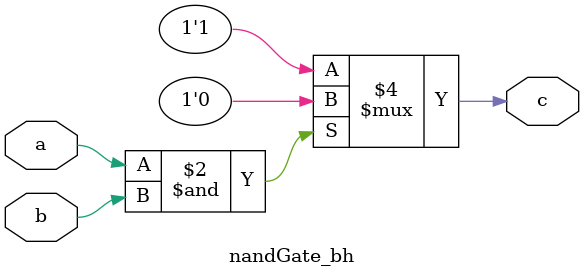
<source format=v>
module nandGate_bh(input wire a,b, output reg c);
    always @(*) begin
        if (a & b)
        c = 0; // if a AND b = 1, output is 0
        else
        c = 1; // if a AND b = 0, output is 1
    end
endmodule
</source>
